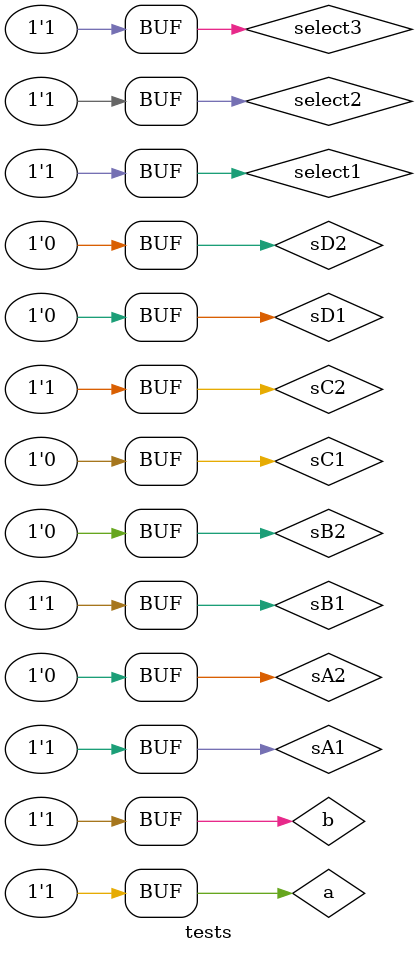
<source format=v>
module mux ( output s,
             input a,
             input b,
             input select );
    // definir dados locais
    wire not_select;
    wire sa;
    wire sb;
    // descrever por portas
    not NOT1 ( not_select, select );
    and AND1 ( sa, a, not_select );
    and AND2 ( sb, b, select );
    or OR1 ( s , sa, sb );
endmodule // mux
module tests;
// ------------------------- definir dados
    reg a, b, select1, select2, select3;
    wire sA1, sA2, sA, 
         sB1, sB2, sB, 
         sC1, sC2, sC, 
         sD1, sD2, sD, 
         s01, s02, s;
    // saidas independentes
    and AND ( sA1, a, b ); 
    nand NAND ( sA2, a, b );
    or OR ( sB1, a, b ); 
    nor NOR ( sB2, a, b );
    xor XOR ( sC1, a, b ); 
    xnor XNOR ( sC2, a, b );
    not NOT1 ( sD1, a ); 
    not NOT2 ( sD2, b );
    // saidas selecionaveis
    mux MUX1 ( sA, sA1, sA2, select1 );
    mux MUX2 ( sB, sB1, sB2, select1 );
    mux MUX3 ( sC, sC1, sC2, select1 );
    mux MUX4 ( sD, sD1, sD2, select1 );
    mux MUX5 ( s01, sA, sB, select2 );
    mux MUX6 ( s02, sC, sD, select2 );
    mux MUX7 ( s, s01, s02, select3 );
// ------------------------- parte principal
    initial
    begin : main
        $display("Exemplo_0705");
        $display("Test LU's module");
        $display("a b sel1 sel2 sel3 s");

           a = 1'b0; b = 1'b0; select1 = 1'b0; select2 = 1'b0; select3 = 1'b0;
        // projetar testes do modulo
        #1 $monitor("%b %b %3b %3b %3b %3b", a, b, select1, select2, select3, s);
        // 000
        #1           b = 1'b1;
        #1 a = 1'b1; b = 1'b0;
        #1           b = 1'b1;
        // 001
        #1 a = 1'b0; b = 1'b0;                                 select3 = 1'b1;
        #1           b = 1'b1;
        #1 a = 1'b1; b = 1'b0;
        #1           b = 1'b1;
        // 010
        #1 a = 1'b0; b = 1'b0;                 select2 = 1'b1; select3 = 1'b0;
        #1           b = 1'b1;
        #1 a = 1'b1; b = 1'b0;
        #1           b = 1'b1;
        // 011
        #1 a = 1'b0; b = 1'b0;                                 select3 = 1'b1;
        #1           b = 1'b1;
        #1 a = 1'b1; b = 1'b0;
        #1           b = 1'b1;
        // 100
        #1 a = 1'b0; b = 1'b0; select1 = 1'b1; select2 = 1'b0; select3 = 1'b0;
        #1           b = 1'b1;
        #1 a = 1'b1; b = 1'b0;
        #1           b = 1'b1;
        // 101
        #1 a = 1'b0; b = 1'b0;                                 select3 = 1'b1;
        #1           b = 1'b1;
        #1 a = 1'b1; b = 1'b0;
        #1           b = 1'b1;
        // 110
        #1 a = 1'b0; b = 1'b0;                 select2 = 1'b1; select3 = 1'b0;
        #1           b = 1'b1;
        #1 a = 1'b1; b = 1'b0;
        #1           b = 1'b1;
        // 111
        #1 a = 1'b0; b = 1'b0;                                 select3 = 1'b1;
        #1           b = 1'b1;
        #1 a = 1'b1; b = 1'b0;
        #1           b = 1'b1;
    end
endmodule // tests
</source>
